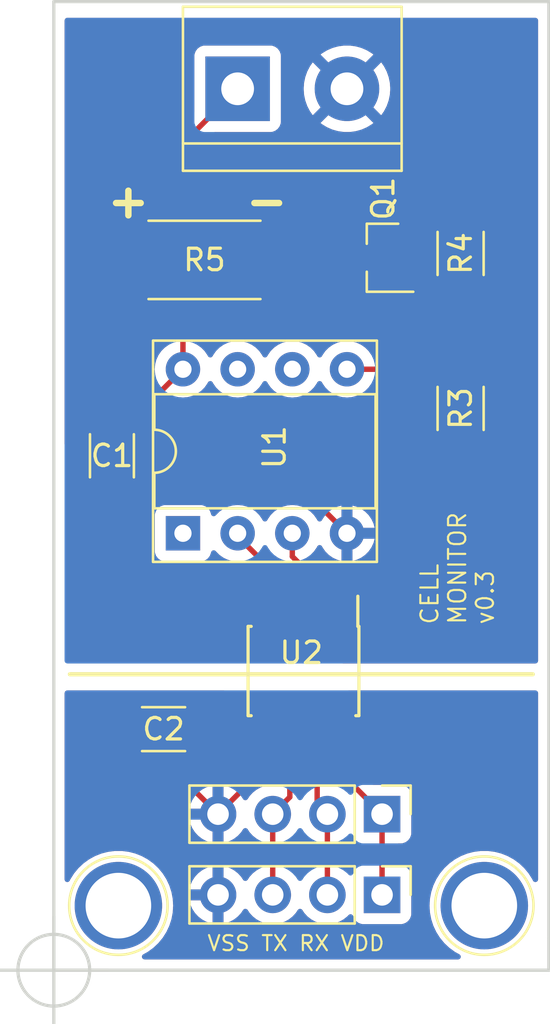
<source format=kicad_pcb>
(kicad_pcb (version 20240108) (generator "pcbnew") (generator_version "8.0")
  (layers (0 "F.Cu" signal) (31 "B.Cu" signal) (34 "B.Paste" user) (35 "F.Paste" user) (36 "B.SilkS" user "B.Silkscreen") (37 "F.SilkS" user "F.Silkscreen") (38 "B.Mask" user) (39 "F.Mask" user) (44 "Edge.Cuts" user))
  (net 0 "")
  (net 1 "VCC")
  (net 2 "GND")
  (net 3 "/P0")
  (net 4 "/P4")
  (net 5 "/P3")
  (net 6 "Net-(Q1-G)")
  (net 7 "Net-(Q1-D)")
  (net 8 "/VSS")
  (net 9 "/VDD")
  (net 10 "/TX")
  (net 11 "/RX")
  (footprint "Capacitors_SMD:C_1206_HandSoldering" (layer "F.Cu") (at 75.1 92.3 180)
    (property "Reference" "C2" (at 0 0 0) (layer "F.SilkS"))
    (property "Value" "100n")
    (fp_line (start 1 -1.02) (end -1 -1.02) (stroke (width 0.12)) (layer "F.SilkS"))
    (fp_line (start -1 1.02) (end 1 1.02) (stroke (width 0.12)) (layer "F.SilkS"))
    (pad "1" smd rect (at -2 0 180) (size 2 1.6) (layers "F.Cu" "F.Paste" "F.Mask") (net 9 "/VDD"))
    (pad "2" smd rect (at 2 0 180) (size 2 1.6) (layers "F.Cu" "F.Paste" "F.Mask") (net 8 "/VSS"))
  )
  (footprint "Connectors:bornier2" (layer "F.Cu") (at 78.54 62.55)
    (property "Reference" "J1" (hide yes))
    (property "Value" "CELL")
    (fp_line (start -2.54 -3.81) (end -2.54 3.81) (stroke (width 0.12)) (layer "F.SilkS"))
    (fp_line (start -2.54 3.81) (end 7.62 3.81) (stroke (width 0.12)) (layer "F.SilkS"))
    (fp_line (start 7.62 -3.81) (end -2.54 -3.81) (stroke (width 0.12)) (layer "F.SilkS"))
    (fp_line (start 7.62 2.54) (end -2.54 2.54) (stroke (width 0.12)) (layer "F.SilkS"))
    (fp_line (start 7.62 3.81) (end 7.62 -3.81) (stroke (width 0.12)) (layer "F.SilkS"))
    (pad "1" thru_hole rect (at 0 0) (size 3 3) (drill 1.52) (layers "*.Cu" "*.Mask" "In1.Cu" "In2.Cu" "In3.Cu" "In4.Cu" "In5.Cu" "In6.Cu" "In7.Cu" "In8.Cu" "In9.Cu" "In10.Cu" "In11.Cu" "In12.Cu" "In13.Cu" "In14.Cu" "In15.Cu" "In16.Cu" "In17.Cu" "In18.Cu" "In19.Cu" "In20.Cu" "In21.Cu" "In22.Cu" "In23.Cu" "In24.Cu" "In25.Cu" "In26.Cu" "In27.Cu" "In28.Cu" "In29.Cu" "In30.Cu") (net 1 "VCC"))
    (pad "2" thru_hole circle (at 5.08 0) (size 3 3) (drill 1.52) (layers "*.Cu" "*.Mask" "In1.Cu" "In2.Cu" "In3.Cu" "In4.Cu" "In5.Cu" "In6.Cu" "In7.Cu" "In8.Cu" "In9.Cu" "In10.Cu" "In11.Cu" "In12.Cu" "In13.Cu" "In14.Cu" "In15.Cu" "In16.Cu" "In17.Cu" "In18.Cu" "In19.Cu" "In20.Cu" "In21.Cu" "In22.Cu" "In23.Cu" "In24.Cu" "In25.Cu" "In26.Cu" "In27.Cu" "In28.Cu" "In29.Cu" "In30.Cu") (net 2 "GND"))
  )
  (footprint "Capacitors_SMD:C_1206_HandSoldering" (layer "F.Cu") (at 72.7 79.6 -90)
    (property "Reference" "C1" (at 0 0 0) (layer "F.SilkS"))
    (property "Value" "100nF")
    (fp_line (start -1 1.02) (end 1 1.02) (stroke (width 0.12)) (layer "F.SilkS"))
    (fp_line (start 1 -1.02) (end -1 -1.02) (stroke (width 0.12)) (layer "F.SilkS"))
    (pad "1" smd rect (at -2 0 270) (size 2 1.6) (layers "F.Cu" "F.Paste" "F.Mask") (net 1 "VCC"))
    (pad "2" smd rect (at 2 0 270) (size 2 1.6) (layers "F.Cu" "F.Paste" "F.Mask") (net 2 "GND"))
  )
  (footprint "Pin_Headers:Pin_Header_Straight_1x04_Pitch2.54mm" (layer "F.Cu") (at 85.25 96.25 -90)
    (property "Reference" "J2" (hide yes))
    (property "Value" "COMM")
    (fp_line (start -1.33 8.95) (end 1.33 8.95) (stroke (width 0.12)) (layer "F.SilkS"))
    (fp_line (start -1.33 1.27) (end -1.33 8.95) (stroke (width 0.12)) (layer "F.SilkS"))
    (fp_line (start -1.33 1.27) (end 1.33 1.27) (stroke (width 0.12)) (layer "F.SilkS"))
    (fp_line (start 1.33 1.27) (end 1.33 8.95) (stroke (width 0.12)) (layer "F.SilkS"))
    (fp_line (start -1.33 0) (end -1.33 -1.33) (stroke (width 0.12)) (layer "F.SilkS"))
    (fp_line (start -1.33 -1.33) (end 0 -1.33) (stroke (width 0.12)) (layer "F.SilkS"))
    (pad "1" thru_hole rect (at 0 0 270) (size 1.7 1.7) (drill 1) (layers "*.Cu" "*.Mask" "In1.Cu" "In2.Cu" "In3.Cu" "In4.Cu" "In5.Cu" "In6.Cu" "In7.Cu" "In8.Cu" "In9.Cu" "In10.Cu" "In11.Cu" "In12.Cu" "In13.Cu" "In14.Cu" "In15.Cu" "In16.Cu" "In17.Cu" "In18.Cu" "In19.Cu" "In20.Cu" "In21.Cu" "In22.Cu" "In23.Cu" "In24.Cu" "In25.Cu" "In26.Cu" "In27.Cu" "In28.Cu" "In29.Cu" "In30.Cu") (net 9 "/VDD"))
    (pad "2" thru_hole oval (at 0 2.54 270) (size 1.7 1.7) (drill 1) (layers "*.Cu" "*.Mask" "In1.Cu" "In2.Cu" "In3.Cu" "In4.Cu" "In5.Cu" "In6.Cu" "In7.Cu" "In8.Cu" "In9.Cu" "In10.Cu" "In11.Cu" "In12.Cu" "In13.Cu" "In14.Cu" "In15.Cu" "In16.Cu" "In17.Cu" "In18.Cu" "In19.Cu" "In20.Cu" "In21.Cu" "In22.Cu" "In23.Cu" "In24.Cu" "In25.Cu" "In26.Cu" "In27.Cu" "In28.Cu" "In29.Cu" "In30.Cu") (net 11 "/RX"))
    (pad "3" thru_hole oval (at 0 5.08 270) (size 1.7 1.7) (drill 1) (layers "*.Cu" "*.Mask" "In1.Cu" "In2.Cu" "In3.Cu" "In4.Cu" "In5.Cu" "In6.Cu" "In7.Cu" "In8.Cu" "In9.Cu" "In10.Cu" "In11.Cu" "In12.Cu" "In13.Cu" "In14.Cu" "In15.Cu" "In16.Cu" "In17.Cu" "In18.Cu" "In19.Cu" "In20.Cu" "In21.Cu" "In22.Cu" "In23.Cu" "In24.Cu" "In25.Cu" "In26.Cu" "In27.Cu" "In28.Cu" "In29.Cu" "In30.Cu") (net 10 "/TX"))
    (pad "4" thru_hole oval (at 0 7.62 270) (size 1.7 1.7) (drill 1) (layers "*.Cu" "*.Mask" "In1.Cu" "In2.Cu" "In3.Cu" "In4.Cu" "In5.Cu" "In6.Cu" "In7.Cu" "In8.Cu" "In9.Cu" "In10.Cu" "In11.Cu" "In12.Cu" "In13.Cu" "In14.Cu" "In15.Cu" "In16.Cu" "In17.Cu" "In18.Cu" "In19.Cu" "In20.Cu" "In21.Cu" "In22.Cu" "In23.Cu" "In24.Cu" "In25.Cu" "In26.Cu" "In27.Cu" "In28.Cu" "In29.Cu" "In30.Cu") (net 8 "/VSS"))
  )
  (footprint "TO_SOT_Packages_SMD:SOT-23" (layer "F.Cu") (at 85.3 70.4 180)
    (property "Reference" "Q1" (at 0 2.75 -90) (layer "F.SilkS"))
    (property "Value" "SI2312BDS")
    (fp_line (start 0.76 1.58) (end 0.76 0.65) (stroke (width 0.12)) (layer "F.SilkS"))
    (fp_line (start 0.76 1.58) (end -0.7 1.58) (stroke (width 0.12)) (layer "F.SilkS"))
    (fp_line (start 0.76 -1.58) (end 0.76 -0.65) (stroke (width 0.12)) (layer "F.SilkS"))
    (fp_line (start 0.76 -1.58) (end -1.4 -1.58) (stroke (width 0.12)) (layer "F.SilkS"))
    (pad "1" smd rect (at -1 -0.95 180) (size 0.9 0.8) (layers "F.Cu" "F.Paste" "F.Mask") (net 6 "Net-(Q1-G)"))
    (pad "2" smd rect (at -1 0.95 180) (size 0.9 0.8) (layers "F.Cu" "F.Paste" "F.Mask") (net 2 "GND"))
    (pad "3" smd rect (at 1 0 180) (size 0.9 0.8) (layers "F.Cu" "F.Paste" "F.Mask") (net 7 "Net-(Q1-D)"))
  )
  (footprint "Housings_DIP:DIP-8_W7.62mm_Socket" (layer "F.Cu") (at 76 83.2 90)
    (property "Reference" "U1" (at 4 4.25 -90) (layer "F.SilkS"))
    (property "Value" "ATTINY85")
    (fp_line (start 8.95 -1.39) (end -1.33 -1.39) (stroke (width 0.12)) (layer "F.SilkS"))
    (fp_line (start -1.33 -1.39) (end -1.33 9.01) (stroke (width 0.12)) (layer "F.SilkS"))
    (fp_line (start 6.46 -1.33) (end 4.81 -1.33) (stroke (width 0.12)) (layer "F.SilkS"))
    (fp_line (start 2.81 -1.33) (end 1.16 -1.33) (stroke (width 0.12)) (layer "F.SilkS"))
    (fp_line (start 1.16 -1.33) (end 1.16 8.95) (stroke (width 0.12)) (layer "F.SilkS"))
    (fp_line (start 6.46 8.95) (end 6.46 -1.33) (stroke (width 0.12)) (layer "F.SilkS"))
    (fp_line (start 1.16 8.95) (end 6.46 8.95) (stroke (width 0.12)) (layer "F.SilkS"))
    (fp_line (start 8.95 9.01) (end 8.95 -1.39) (stroke (width 0.12)) (layer "F.SilkS"))
    (fp_line (start -1.33 9.01) (end 8.95 9.01) (stroke (width 0.12)) (layer "F.SilkS"))
    (fp_arc (start 4.81 -1.33) (mid 3.81 -0.33) (end 2.81 -1.33) (stroke (width 0.12)) (layer "F.SilkS"))
    (pad "1" thru_hole rect (at 0 0 90) (size 1.6 1.6) (drill 0.8) (layers "*.Cu" "*.Mask" "In1.Cu" "In2.Cu" "In3.Cu" "In4.Cu" "In5.Cu" "In6.Cu" "In7.Cu" "In8.Cu" "In9.Cu" "In10.Cu" "In11.Cu" "In12.Cu" "In13.Cu" "In14.Cu" "In15.Cu" "In16.Cu" "In17.Cu" "In18.Cu" "In19.Cu" "In20.Cu" "In21.Cu" "In22.Cu" "In23.Cu" "In24.Cu" "In25.Cu" "In26.Cu" "In27.Cu" "In28.Cu" "In29.Cu" "In30.Cu"))
    (pad "2" thru_hole oval (at 0 2.54 90) (size 1.6 1.6) (drill 0.8) (layers "*.Cu" "*.Mask" "In1.Cu" "In2.Cu" "In3.Cu" "In4.Cu" "In5.Cu" "In6.Cu" "In7.Cu" "In8.Cu" "In9.Cu" "In10.Cu" "In11.Cu" "In12.Cu" "In13.Cu" "In14.Cu" "In15.Cu" "In16.Cu" "In17.Cu" "In18.Cu" "In19.Cu" "In20.Cu" "In21.Cu" "In22.Cu" "In23.Cu" "In24.Cu" "In25.Cu" "In26.Cu" "In27.Cu" "In28.Cu" "In29.Cu" "In30.Cu") (net 5 "/P3"))
    (pad "3" thru_hole oval (at 0 5.08 90) (size 1.6 1.6) (drill 0.8) (layers "*.Cu" "*.Mask" "In1.Cu" "In2.Cu" "In3.Cu" "In4.Cu" "In5.Cu" "In6.Cu" "In7.Cu" "In8.Cu" "In9.Cu" "In10.Cu" "In11.Cu" "In12.Cu" "In13.Cu" "In14.Cu" "In15.Cu" "In16.Cu" "In17.Cu" "In18.Cu" "In19.Cu" "In20.Cu" "In21.Cu" "In22.Cu" "In23.Cu" "In24.Cu" "In25.Cu" "In26.Cu" "In27.Cu" "In28.Cu" "In29.Cu" "In30.Cu") (net 4 "/P4"))
    (pad "4" thru_hole oval (at 0 7.62 90) (size 1.6 1.6) (drill 0.8) (layers "*.Cu" "*.Mask" "In1.Cu" "In2.Cu" "In3.Cu" "In4.Cu" "In5.Cu" "In6.Cu" "In7.Cu" "In8.Cu" "In9.Cu" "In10.Cu" "In11.Cu" "In12.Cu" "In13.Cu" "In14.Cu" "In15.Cu" "In16.Cu" "In17.Cu" "In18.Cu" "In19.Cu" "In20.Cu" "In21.Cu" "In22.Cu" "In23.Cu" "In24.Cu" "In25.Cu" "In26.Cu" "In27.Cu" "In28.Cu" "In29.Cu" "In30.Cu") (net 2 "GND"))
    (pad "5" thru_hole oval (at 7.62 7.62 90) (size 1.6 1.6) (drill 0.8) (layers "*.Cu" "*.Mask" "In1.Cu" "In2.Cu" "In3.Cu" "In4.Cu" "In5.Cu" "In6.Cu" "In7.Cu" "In8.Cu" "In9.Cu" "In10.Cu" "In11.Cu" "In12.Cu" "In13.Cu" "In14.Cu" "In15.Cu" "In16.Cu" "In17.Cu" "In18.Cu" "In19.Cu" "In20.Cu" "In21.Cu" "In22.Cu" "In23.Cu" "In24.Cu" "In25.Cu" "In26.Cu" "In27.Cu" "In28.Cu" "In29.Cu" "In30.Cu") (net 3 "/P0"))
    (pad "6" thru_hole oval (at 7.62 5.08 90) (size 1.6 1.6) (drill 0.8) (layers "*.Cu" "*.Mask" "In1.Cu" "In2.Cu" "In3.Cu" "In4.Cu" "In5.Cu" "In6.Cu" "In7.Cu" "In8.Cu" "In9.Cu" "In10.Cu" "In11.Cu" "In12.Cu" "In13.Cu" "In14.Cu" "In15.Cu" "In16.Cu" "In17.Cu" "In18.Cu" "In19.Cu" "In20.Cu" "In21.Cu" "In22.Cu" "In23.Cu" "In24.Cu" "In25.Cu" "In26.Cu" "In27.Cu" "In28.Cu" "In29.Cu" "In30.Cu"))
    (pad "7" thru_hole oval (at 7.62 2.54 90) (size 1.6 1.6) (drill 0.8) (layers "*.Cu" "*.Mask" "In1.Cu" "In2.Cu" "In3.Cu" "In4.Cu" "In5.Cu" "In6.Cu" "In7.Cu" "In8.Cu" "In9.Cu" "In10.Cu" "In11.Cu" "In12.Cu" "In13.Cu" "In14.Cu" "In15.Cu" "In16.Cu" "In17.Cu" "In18.Cu" "In19.Cu" "In20.Cu" "In21.Cu" "In22.Cu" "In23.Cu" "In24.Cu" "In25.Cu" "In26.Cu" "In27.Cu" "In28.Cu" "In29.Cu" "In30.Cu"))
    (pad "8" thru_hole oval (at 7.62 0 90) (size 1.6 1.6) (drill 0.8) (layers "*.Cu" "*.Mask" "In1.Cu" "In2.Cu" "In3.Cu" "In4.Cu" "In5.Cu" "In6.Cu" "In7.Cu" "In8.Cu" "In9.Cu" "In10.Cu" "In11.Cu" "In12.Cu" "In13.Cu" "In14.Cu" "In15.Cu" "In16.Cu" "In17.Cu" "In18.Cu" "In19.Cu" "In20.Cu" "In21.Cu" "In22.Cu" "In23.Cu" "In24.Cu" "In25.Cu" "In26.Cu" "In27.Cu" "In28.Cu" "In29.Cu" "In30.Cu") (net 1 "VCC"))
  )
  (footprint "Resistors_SMD:R_1206_HandSoldering" (layer "F.Cu") (at 88.9 77.4 90)
    (property "Reference" "R3" (at 0 0 90) (layer "F.SilkS"))
    (property "Value" "220")
    (fp_line (start -1 -1.07) (end 1 -1.07) (stroke (width 0.12)) (layer "F.SilkS"))
    (fp_line (start 1 1.07) (end -1 1.07) (stroke (width 0.12)) (layer "F.SilkS"))
    (pad "1" smd rect (at -2 0 90) (size 2 1.7) (layers "F.Cu" "F.Paste" "F.Mask") (net 3 "/P0"))
    (pad "2" smd rect (at 2 0 90) (size 2 1.7) (layers "F.Cu" "F.Paste" "F.Mask") (net 6 "Net-(Q1-G)"))
  )
  (footprint "Resistors_SMD:R_1206_HandSoldering" (layer "F.Cu") (at 88.9 70.2 -90)
    (property "Reference" "R4" (at 0 0 -90) (layer "F.SilkS"))
    (property "Value" "1M")
    (fp_line (start 1 1.07) (end -1 1.07) (stroke (width 0.12)) (layer "F.SilkS"))
    (fp_line (start -1 -1.07) (end 1 -1.07) (stroke (width 0.12)) (layer "F.SilkS"))
    (pad "1" smd rect (at -2 0 270) (size 2 1.7) (layers "F.Cu" "F.Paste" "F.Mask") (net 2 "GND"))
    (pad "2" smd rect (at 2 0 270) (size 2 1.7) (layers "F.Cu" "F.Paste" "F.Mask") (net 6 "Net-(Q1-G)"))
  )
  (footprint "Resistors_SMD:R_2512_HandSoldering" (layer "F.Cu") (at 77 70.5)
    (property "Reference" "R5" (at 0 0 0) (layer "F.SilkS"))
    (property "Value" "47")
    (fp_line (start -2.6 -1.82) (end 2.6 -1.82) (stroke (width 0.12)) (layer "F.SilkS"))
    (fp_line (start 2.6 1.82) (end -2.6 1.82) (stroke (width 0.12)) (layer "F.SilkS"))
    (pad "1" smd rect (at -3.95 0) (size 2.7 3.2) (layers "F.Cu" "F.Paste" "F.Mask") (net 1 "VCC"))
    (pad "2" smd rect (at 3.95 0) (size 2.7 3.2) (layers "F.Cu" "F.Paste" "F.Mask") (net 7 "Net-(Q1-D)"))
  )
  (footprint "Housings_SOIC:SOIC-8_3.9x4.9mm_Pitch1.27mm" (layer "F.Cu") (at 81.6 89.6 -90)
    (property "Reference" "U2" (at -0.85 0.1 0) (layer "F.SilkS"))
    (property "Value" "ADuM1201AR")
    (fp_line (start -2.075 2.575) (end 2.075 2.575) (stroke (width 0.15)) (layer "F.SilkS"))
    (fp_line (start -2.075 2.575) (end -2.075 2.43) (stroke (width 0.15)) (layer "F.SilkS"))
    (fp_line (start 2.075 2.575) (end 2.075 2.43) (stroke (width 0.15)) (layer "F.SilkS"))
    (fp_line (start -2.075 -2.525) (end -3.475 -2.525) (stroke (width 0.15)) (layer "F.SilkS"))
    (fp_line (start -2.075 -2.575) (end -2.075 -2.525) (stroke (width 0.15)) (layer "F.SilkS"))
    (fp_line (start -2.075 -2.575) (end 2.075 -2.575) (stroke (width 0.15)) (layer "F.SilkS"))
    (fp_line (start 2.075 -2.575) (end 2.075 -2.43) (stroke (width 0.15)) (layer "F.SilkS"))
    (pad "1" smd rect (at -2.7 -1.905 270) (size 1.55 0.6) (layers "F.Cu" "F.Paste" "F.Mask") (net 1 "VCC"))
    (pad "2" smd rect (at -2.7 -0.635 270) (size 1.55 0.6) (layers "F.Cu" "F.Paste" "F.Mask") (net 4 "/P4"))
    (pad "3" smd rect (at -2.7 0.635 270) (size 1.55 0.6) (layers "F.Cu" "F.Paste" "F.Mask") (net 5 "/P3"))
    (pad "4" smd rect (at -2.7 1.905 270) (size 1.55 0.6) (layers "F.Cu" "F.Paste" "F.Mask") (net 2 "GND"))
    (pad "5" smd rect (at 2.7 1.905 270) (size 1.55 0.6) (layers "F.Cu" "F.Paste" "F.Mask") (net 8 "/VSS"))
    (pad "6" smd rect (at 2.7 0.635 270) (size 1.55 0.6) (layers "F.Cu" "F.Paste" "F.Mask") (net 10 "/TX"))
    (pad "7" smd rect (at 2.7 -0.635 270) (size 1.55 0.6) (layers "F.Cu" "F.Paste" "F.Mask") (net 11 "/RX"))
    (pad "8" smd rect (at 2.7 -1.905 270) (size 1.55 0.6) (layers "F.Cu" "F.Paste" "F.Mask") (net 9 "/VDD"))
  )
  (footprint "Connectors:1pin" (layer "F.Cu") (at 73 100.5)
    (property "Reference" "REF**" (hide yes))
    (property "Value" "1pin")
    (fp_circle (center 0 0) (end 0 -2.286) (stroke (width 0.12)) (fill none) (layer "F.SilkS"))
    (pad "1" thru_hole circle (at 0 0) (size 4.064 4.064) (drill 3.048) (layers "*.Cu" "*.Mask" "In1.Cu" "In2.Cu" "In3.Cu" "In4.Cu" "In5.Cu" "In6.Cu" "In7.Cu" "In8.Cu" "In9.Cu" "In10.Cu" "In11.Cu" "In12.Cu" "In13.Cu" "In14.Cu" "In15.Cu" "In16.Cu" "In17.Cu" "In18.Cu" "In19.Cu" "In20.Cu" "In21.Cu" "In22.Cu" "In23.Cu" "In24.Cu" "In25.Cu" "In26.Cu" "In27.Cu" "In28.Cu" "In29.Cu" "In30.Cu"))
  )
  (footprint "Connectors:1pin" (layer "F.Cu") (at 90 100.5)
    (property "Reference" "REF**" (hide yes))
    (property "Value" "1pin")
    (fp_circle (center 0 0) (end 0 -2.286) (stroke (width 0.12)) (fill none) (layer "F.SilkS"))
    (pad "1" thru_hole circle (at 0 0) (size 4.064 4.064) (drill 3.048) (layers "*.Cu" "*.Mask" "In1.Cu" "In2.Cu" "In3.Cu" "In4.Cu" "In5.Cu" "In6.Cu" "In7.Cu" "In8.Cu" "In9.Cu" "In10.Cu" "In11.Cu" "In12.Cu" "In13.Cu" "In14.Cu" "In15.Cu" "In16.Cu" "In17.Cu" "In18.Cu" "In19.Cu" "In20.Cu" "In21.Cu" "In22.Cu" "In23.Cu" "In24.Cu" "In25.Cu" "In26.Cu" "In27.Cu" "In28.Cu" "In29.Cu" "In30.Cu"))
  )
  (footprint "Pin_Headers:Pin_Header_Straight_1x04_Pitch2.54mm" (layer "F.Cu") (at 85.25 100 -90)
    (property "Reference" "J3" (hide yes))
    (property "Value" "COMM")
    (fp_line (start -1.33 8.95) (end 1.33 8.95) (stroke (width 0.12)) (layer "F.SilkS"))
    (fp_line (start -1.33 1.27) (end -1.33 8.95) (stroke (width 0.12)) (layer "F.SilkS"))
    (fp_line (start -1.33 1.27) (end 1.33 1.27) (stroke (width 0.12)) (layer "F.SilkS"))
    (fp_line (start 1.33 1.27) (end 1.33 8.95) (stroke (width 0.12)) (layer "F.SilkS"))
    (fp_line (start -1.33 0) (end -1.33 -1.33) (stroke (width 0.12)) (layer "F.SilkS"))
    (fp_line (start -1.33 -1.33) (end 0 -1.33) (stroke (width 0.12)) (layer "F.SilkS"))
    (pad "1" thru_hole rect (at 0 0 270) (size 1.7 1.7) (drill 1) (layers "*.Cu" "*.Mask" "In1.Cu" "In2.Cu" "In3.Cu" "In4.Cu" "In5.Cu" "In6.Cu" "In7.Cu" "In8.Cu" "In9.Cu" "In10.Cu" "In11.Cu" "In12.Cu" "In13.Cu" "In14.Cu" "In15.Cu" "In16.Cu" "In17.Cu" "In18.Cu" "In19.Cu" "In20.Cu" "In21.Cu" "In22.Cu" "In23.Cu" "In24.Cu" "In25.Cu" "In26.Cu" "In27.Cu" "In28.Cu" "In29.Cu" "In30.Cu") (net 9 "/VDD"))
    (pad "2" thru_hole oval (at 0 2.54 270) (size 1.7 1.7) (drill 1) (layers "*.Cu" "*.Mask" "In1.Cu" "In2.Cu" "In3.Cu" "In4.Cu" "In5.Cu" "In6.Cu" "In7.Cu" "In8.Cu" "In9.Cu" "In10.Cu" "In11.Cu" "In12.Cu" "In13.Cu" "In14.Cu" "In15.Cu" "In16.Cu" "In17.Cu" "In18.Cu" "In19.Cu" "In20.Cu" "In21.Cu" "In22.Cu" "In23.Cu" "In24.Cu" "In25.Cu" "In26.Cu" "In27.Cu" "In28.Cu" "In29.Cu" "In30.Cu") (net 11 "/RX"))
    (pad "3" thru_hole oval (at 0 5.08 270) (size 1.7 1.7) (drill 1) (layers "*.Cu" "*.Mask" "In1.Cu" "In2.Cu" "In3.Cu" "In4.Cu" "In5.Cu" "In6.Cu" "In7.Cu" "In8.Cu" "In9.Cu" "In10.Cu" "In11.Cu" "In12.Cu" "In13.Cu" "In14.Cu" "In15.Cu" "In16.Cu" "In17.Cu" "In18.Cu" "In19.Cu" "In20.Cu" "In21.Cu" "In22.Cu" "In23.Cu" "In24.Cu" "In25.Cu" "In26.Cu" "In27.Cu" "In28.Cu" "In29.Cu" "In30.Cu") (net 10 "/TX"))
    (pad "4" thru_hole oval (at 0 7.62 270) (size 1.7 1.7) (drill 1) (layers "*.Cu" "*.Mask" "In1.Cu" "In2.Cu" "In3.Cu" "In4.Cu" "In5.Cu" "In6.Cu" "In7.Cu" "In8.Cu" "In9.Cu" "In10.Cu" "In11.Cu" "In12.Cu" "In13.Cu" "In14.Cu" "In15.Cu" "In16.Cu" "In17.Cu" "In18.Cu" "In19.Cu" "In20.Cu" "In21.Cu" "In22.Cu" "In23.Cu" "In24.Cu" "In25.Cu" "In26.Cu" "In27.Cu" "In28.Cu" "In29.Cu" "In30.Cu") (net 8 "/VSS"))
  )
  (gr_line (start 70.75 89.75) (end 92.25 89.75) (stroke (width 0.2)) (layer "F.SilkS"))
  (gr_line (start 70 102) (end 70 58.5) (stroke (width 0.15)) (layer "Edge.Cuts"))
  (gr_line (start 70 103.5) (end 93 103.5) (stroke (width 0.15)) (layer "Edge.Cuts"))
  (gr_line (start 70 103.5) (end 93 103.5) (stroke (width 0.15)) (layer "Edge.Cuts"))
  (gr_line (start 70 102) (end 70 103.5) (stroke (width 0.15)) (layer "Edge.Cuts"))
  (gr_line (start 93 102) (end 93 58.5) (stroke (width 0.15)) (layer "Edge.Cuts"))
  (gr_line (start 70 58.5) (end 93 58.5) (stroke (width 0.15)) (layer "Edge.Cuts"))
  (gr_line (start 93 103.5) (end 93 102) (stroke (width 0.15)) (layer "Edge.Cuts"))
  (gr_text "VSS TX RX VDD" (at 81.25 102.25 0) (layer "F.SilkS") (effects (font (size 0.7 0.71) (thickness 0.1))))
  (gr_text "CELL\nMONITOR\nv0.3" (at 88.75 87.5 90) (layer "F.SilkS") (effects (font (size 0.8 0.8) (thickness 0.1)) (justify left)))
  (gr_text "+    - " (at 77.25 67.75 0) (layer "F.SilkS") (effects (font (size 1.5 1.5) (thickness 0.3))))
  (target plus (at 70 103.5) (size 5) (width 0.15) (layer "Edge.Cuts"))
  (segment (start 74 69.55) (end 73.05 70.5) (width 0.25) (layer "F.Cu") (net 1))
  (segment (start 76 73.45) (end 73.05 70.5) (width 0.25) (layer "F.Cu") (net 1))
  (segment (start 73.98 77.6) (end 76 75.58) (width 0.25) (layer "F.Cu") (net 1))
  (segment (start 72.7 78) (end 71.3 79.4) (width 0.25) (layer "F.Cu") (net 1))
  (segment (start 71.3 79.4) (end 71.3 83.7) (width 0.25) (layer "F.Cu") (net 1))
  (segment (start 71.3 83.7) (end 76 88.4) (width 0.25) (layer "F.Cu") (net 1))
  (segment (start 76 88.4) (end 83.2 88.4) (width 0.25) (layer "F.Cu") (net 1))
  (segment (start 83.2 88.4) (end 83.505 88.095) (width 0.25) (layer "F.Cu") (net 1))
  (segment (start 83.505 88.095) (end 83.505 86.9) (width 0.25) (layer "F.Cu") (net 1))
  (segment (start 73.05 70.5) (end 73.05 68.04) (width 0.25) (layer "F.Cu") (net 1))
  (segment (start 76 75.58) (end 76 73.45) (width 0.25) (layer "F.Cu") (net 1))
  (segment (start 73.05 68.04) (end 78.54 62.55) (width 0.25) (layer "F.Cu") (net 1))
  (segment (start 72.7 77.6) (end 73.98 77.6) (width 0.25) (layer "F.Cu") (net 1))
  (segment (start 72.7 77.6) (end 72.7 78) (width 0.25) (layer "F.Cu") (net 1))
  (segment (start 88.9 68.4) (end 91.25 70.75) (width 0.25) (layer "F.Cu") (net 2))
  (segment (start 91.25 70.75) (end 91.25 80.25) (width 0.25) (layer "F.Cu") (net 2))
  (segment (start 91.25 80.25) (end 88.3 83.2) (width 0.25) (layer "F.Cu") (net 2))
  (segment (start 88.3 83.2) (end 83.62 83.2) (width 0.25) (layer "F.Cu") (net 2))
  (segment (start 87.65 69.45) (end 88.9 68.2) (width 0.25) (layer "F.Cu") (net 2))
  (segment (start 72.7 83.45) (end 76.15 86.9) (width 0.25) (layer "F.Cu") (net 2))
  (segment (start 76.15 86.9) (end 79.695 86.9) (width 0.25) (layer "F.Cu") (net 2))
  (segment (start 82.02 81.6) (end 83.62 83.2) (width 0.25) (layer "F.Cu") (net 2))
  (segment (start 72.7 81.6) (end 72.7 83.45) (width 0.25) (layer "F.Cu") (net 2))
  (segment (start 86.3 69.45) (end 87.65 69.45) (width 0.25) (layer "F.Cu") (net 2))
  (segment (start 88.9 68.2) (end 88.9 68.4) (width 0.25) (layer "F.Cu") (net 2))
  (segment (start 72.7 81.6) (end 82.02 81.6) (width 0.25) (layer "F.Cu") (net 2))
  (segment (start 85.08 75.58) (end 88.9 79.4) (width 0.25) (layer "F.Cu") (net 3))
  (segment (start 83.62 75.58) (end 85.08 75.58) (width 0.25) (layer "F.Cu") (net 3))
  (segment (start 81.08 84.28) (end 82.235 85.435) (width 0.25) (layer "F.Cu") (net 4))
  (segment (start 82.235 85.435) (end 82.235 86.9) (width 0.25) (layer "F.Cu") (net 4))
  (segment (start 81.08 83.2) (end 81.08 84.28) (width 0.25) (layer "F.Cu") (net 4))
  (segment (start 78.54 83.34) (end 80.965 85.765) (width 0.25) (layer "F.Cu") (net 5))
  (segment (start 80.965 85.765) (end 80.965 86.9) (width 0.25) (layer "F.Cu") (net 5))
  (segment (start 78.54 83.2) (end 78.54 83.34) (width 0.25) (layer "F.Cu") (net 5))
  (segment (start 88.05 71.35) (end 88.9 72.2) (width 0.25) (layer "F.Cu") (net 6))
  (segment (start 86.3 71.35) (end 88.05 71.35) (width 0.25) (layer "F.Cu") (net 6))
  (segment (start 88.9 72.2) (end 88.9 75.4) (width 0.25) (layer "F.Cu") (net 6))
  (segment (start 84.2 70.5) (end 84.3 70.4) (width 0.25) (layer "F.Cu") (net 7))
  (segment (start 80.95 70.5) (end 84.2 70.5) (width 0.25) (layer "F.Cu") (net 7))
  (segment (start 80.95 70.5) (end 80.95 70.95) (width 0.25) (layer "F.Cu") (net 7))
  (segment (start 80.95 70.5) (end 81.5 70.5) (width 0.25) (layer "F.Cu") (net 7))
  (segment (start 73.68 92.3) (end 77.63 96.25) (width 0.25) (layer "F.Cu") (net 8))
  (segment (start 79.695 94.185) (end 77.63 96.25) (width 0.25) (layer "F.Cu") (net 8))
  (segment (start 73.1 92.3) (end 73.48 92.3) (width 0.25) (layer "F.Cu") (net 8))
  (segment (start 77.48 96.3) (end 77.48 95.92) (width 0.25) (layer "F.Cu") (net 8))
  (segment (start 77.63 96.25) (end 77.63 100) (width 0.25) (layer "F.Cu") (net 8))
  (segment (start 73.1 92.3) (end 73.68 92.3) (width 0.25) (layer "F.Cu") (net 8))
  (segment (start 79.695 92.3) (end 79.695 94.185) (width 0.25) (layer "F.Cu") (net 8))
  (segment (start 83.505 94.505) (end 85.25 96.25) (width 0.25) (layer "F.Cu") (net 9))
  (segment (start 77.3 92.3) (end 78.7 90.9) (width 0.25) (layer "F.Cu") (net 9))
  (segment (start 78.7 90.9) (end 82.9 90.9) (width 0.25) (layer "F.Cu") (net 9))
  (segment (start 82.9 90.9) (end 83.505 91.505) (width 0.25) (layer "F.Cu") (net 9))
  (segment (start 83.505 91.505) (end 83.505 92.3) (width 0.25) (layer "F.Cu") (net 9))
  (segment (start 77.1 92.3) (end 77.3 92.3) (width 0.25) (layer "F.Cu") (net 9))
  (segment (start 83.505 92.3) (end 83.505 94.505) (width 0.25) (layer "F.Cu") (net 9))
  (segment (start 85.25 96.25) (end 85.25 100) (width 0.25) (layer "F.Cu") (net 9))
  (segment (start 80.965 95.455) (end 80.17 96.25) (width 0.25) (layer "F.Cu") (net 10))
  (segment (start 80.965 92.3) (end 80.965 95.455) (width 0.25) (layer "F.Cu") (net 10))
  (segment (start 80.17 96.25) (end 80.17 100) (width 0.25) (layer "F.Cu") (net 10))
  (segment (start 80.02 96.3) (end 80.02 96.18) (width 0.25) (layer "F.Cu") (net 10))
  (segment (start 82.235 95.775) (end 82.71 96.25) (width 0.25) (layer "F.Cu") (net 11))
  (segment (start 82.56 95.86) (end 82.235 95.535) (width 0.25) (layer "F.Cu") (net 11))
  (segment (start 82.235 92.3) (end 82.235 95.775) (width 0.25) (layer "F.Cu") (net 11))
  (segment (start 82.71 96.25) (end 82.71 100) (width 0.25) (layer "F.Cu") (net 11))
  (segment (start 82.56 96.3) (end 82.56 95.86) (width 0.25) (layer "F.Cu") (net 11))
  (zone (net 2) (net_name "GND") (layer "F.Cu") (connect_pads (clearance 0.508)) (min_thickness 0.254) (fill yes (thermal_gap 0.508) (thermal_bridge_width 0.508))
    (polygon (pts (xy 92.5 89.25) (xy 70.5 89.25) (xy 70.5 59.25) (xy 92.5 59.25)))
  )
  (zone (net 8) (net_name "/VSS") (layer "F.Cu") (connect_pads (clearance 0.508)) (min_thickness 0.254) (fill yes (thermal_gap 0.508) (thermal_bridge_width 0.508))
    (polygon (pts (xy 92.5 103) (xy 70.5 103) (xy 70.5 90.5) (xy 92.5 90.5)))
  )
  (zone (net 2) (net_name "GND") (layer "B.Cu") (connect_pads (clearance 0.508)) (min_thickness 0.254) (fill yes (thermal_gap 0.508) (thermal_bridge_width 0.508))
    (polygon (pts (xy 92.5 89.25) (xy 70.5 89.25) (xy 70.5 59.25) (xy 92.5 59.25)))
  )
  (zone (net 8) (net_name "/VSS") (layer "B.Cu") (connect_pads (clearance 0.508)) (min_thickness 0.254) (fill yes (thermal_gap 0.508) (thermal_bridge_width 0.508))
    (polygon (pts (xy 92.5 103) (xy 70.5 103) (xy 70.5 90.5) (xy 92.5 90.5)))
  )
)
</source>
